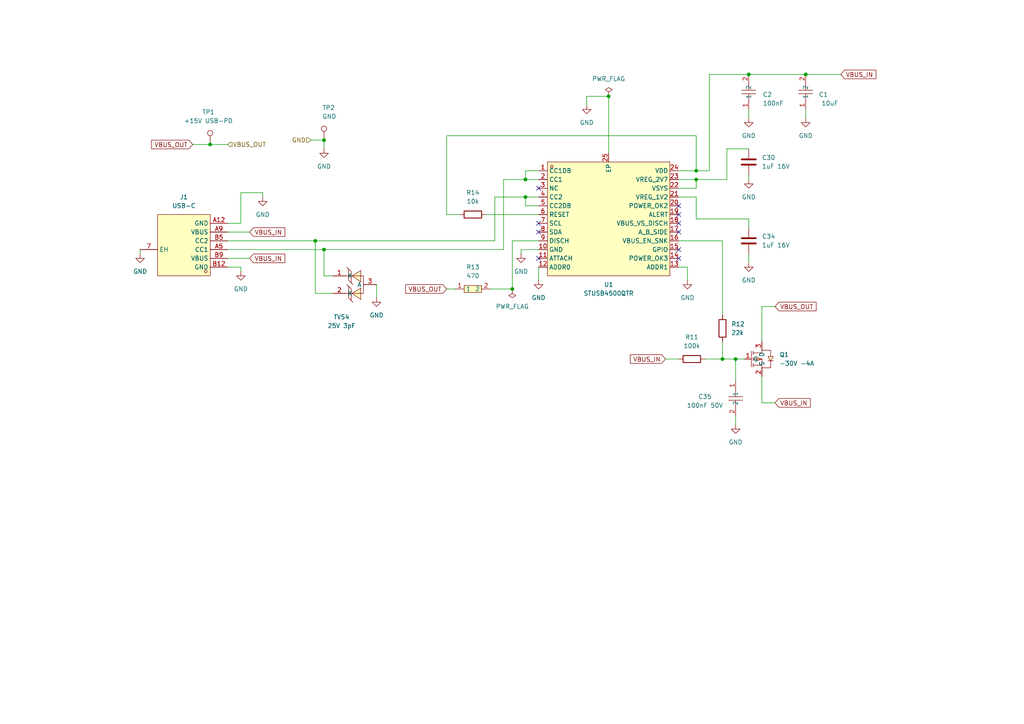
<source format=kicad_sch>
(kicad_sch (version 20250114) (generator "eeschema") (generator_version "9.0")
  (paper "A4")
  (lib_symbols
    (symbol "CC0805KRX7R9BB104_1"
      (property "Reference" "C" (at 0 5.08 0))
      (property "Value" "CC0805KRX7R9BB104" (at 0 -5.08 0))
      (symbol "CC0805KRX7R9BB104_1_0_1"
        (polyline (pts (xy -0.51 0) (xy -2.54 0)))
        (polyline (pts (xy -0.51 -2.03) (xy -0.51 2.03)))
        (polyline (pts (xy 0.51 2.03) (xy 0.51 -2.03)))
        (polyline (pts (xy 2.54 0) (xy 0.51 0)))
        (pin unspecified line (at -5.08 0 0) (length 2.54) (name "1") (number "1"))
        (pin unspecified line (at 5.08 0 180) (length 2.54) (name "2") (number "2"))
      )
    )
    (symbol "Connector:TestPoint" (pin_numbers (hide yes)) (pin_names (offset 0.762) (hide yes))
      (property "Reference" "TP" (at 0 6.858 0))
      (property "Value" "TestPoint" (at 0 5.08 0))
      (symbol "TestPoint_0_1"
        (circle (center 0 3.302) (radius 0.762))
      )
      (symbol "TestPoint_1_1"
        (pin passive line (at 0 0 90) (length 2.54) (name "1") (number "1"))
      )
    )
    (symbol "Device:C" (pin_numbers (hide yes)) (pin_names (offset 0.254))
      (property "Reference" "C" (at 0.635 2.54 0))
      (property "Value" "C" (at 0.635 -2.54 0))
      (symbol "C_0_1"
        (polyline (pts (xy -2.032 0.762) (xy 2.032 0.762)) (stroke (width 0.508)))
        (polyline (pts (xy -2.032 -0.762) (xy 2.032 -0.762)) (stroke (width 0.508)))
      )
      (symbol "C_1_1"
        (pin passive line (at 0 3.81 270) (length 2.794) (name "~") (number "1"))
        (pin passive line (at 0 -3.81 90) (length 2.794) (name "~") (number "2"))
      )
    )
    (symbol "Device:R" (pin_numbers (hide yes)) (pin_names (offset 0))
      (property "Reference" "R" (at 2.032 0 90))
      (property "Value" "R" (at 0 0 90))
      (symbol "R_0_1"
        (rectangle (start -1.016 -2.54) (end 1.016 2.54) (stroke (width 0.254)))
      )
      (symbol "R_1_1"
        (pin passive line (at 0 3.81 270) (length 1.27) (name "~") (number "1"))
        (pin passive line (at 0 -3.81 90) (length 1.27) (name "~") (number "2"))
      )
    )
    (symbol "power:GND" (power) (pin_numbers (hide yes)) (pin_names (offset 0) (hide yes))
      (property "Value" "GND" (at 0 -3.81 0))
      (symbol "GND_0_1"
        (polyline (pts (xy 0 0) (xy 0 -1.27) (xy 1.27 -1.27) (xy 0 -2.54) (xy -1.27 -1.27) (xy 0 -1.27)))
      )
      (symbol "GND_1_1"
        (pin power_in line (at 0 0 270) (length 0) (name "~") (number "1"))
      )
    )
    (symbol "power:PWR_FLAG" (power) (pin_numbers (hide yes)) (pin_names (offset 0) (hide yes))
      (property "Value" "PWR_FLAG" (at 0 3.81 0))
      (symbol "PWR_FLAG_0_0"
        (pin power_out line (at 0 0 90) (length 0) (name "~") (number "1"))
      )
      (symbol "PWR_FLAG_0_1"
        (polyline (pts (xy 0 0) (xy 0 1.27) (xy -1.016 1.905) (xy 0 2.54) (xy 1.016 1.905) (xy 0 1.27)))
      )
    )
    (symbol "zudo-pd:0603WAF4700T5E"
      (property "Reference" "R" (at 0 5.08 0))
      (property "Value" "0603WAF4700T5E" (at 0 -5.08 0))
      (symbol "0603WAF4700T5E_0_1"
        (rectangle (start -2.54 1.02) (end 2.54 -1.02) (fill (type background)))
        (pin input line (at -5.08 0 0) (length 2.54) (name "1") (number "1"))
        (pin input line (at 5.08 0 180) (length 2.54) (name "2") (number "2"))
      )
    )
    (symbol "zudo-pd:AO3401A_C347476"
      (property "Reference" "Q" (at 0 10.16 0))
      (property "Value" "AO3401A_C347476" (at 0 -10.16 0))
      (symbol "AO3401A_C347476_0_1"
        (polyline (pts (xy -3.05 2.29) (xy -3.05 -2.29)))
        (polyline (pts (xy -2.54 1.27) (xy -2.54 2.29)))
        (polyline (pts (xy -2.54 0) (xy 0 0) (xy 0 -2.54)))
        (polyline (pts (xy -2.54 -0.51) (xy -2.54 0.51)))
        (polyline (pts (xy -2.54 -2.29) (xy -2.54 -1.27)))
        (polyline (pts (xy 0 1.78) (xy -2.54 1.78)))
        (polyline (pts (xy 0 1.78) (xy 0 2.54) (xy 2.54 2.54) (xy 2.54 0.76)))
        (polyline (pts (xy 0 0) (xy -1.52 0.51) (xy -1.52 -0.51) (xy 0 0)) (fill (type background)))
        (polyline (pts (xy 0 -1.78) (xy -2.54 -1.78)))
        (polyline (pts (xy 0 -2.54) (xy 2.54 -2.54) (xy 2.54 -0.51)))
        (polyline (pts (xy 2.54 -0.51) (xy 3.3 0.76) (xy 1.78 0.76) (xy 2.54 -0.51)) (fill (type background)))
        (polyline (pts (xy 3.3 -0.51) (xy 3.05 -0.51) (xy 2.03 -0.51) (xy 1.78 -0.51)))
        (pin unspecified line (at -5.08 0 0) (length 2.032) (name "G") (number "1"))
        (pin unspecified line (at 0 5.08 270) (length 2.54) (name "D") (number "3"))
        (pin unspecified line (at 0 -5.08 90) (length 2.54) (name "S") (number "2"))
      )
    )
    (symbol "zudo-pd:CC0805KRX7R9BB104"
      (property "Reference" "C" (at 0 5.08 0))
      (property "Value" "CC0805KRX7R9BB104" (at 0 -5.08 0))
      (symbol "CC0805KRX7R9BB104_0_1"
        (polyline (pts (xy -0.51 0) (xy -2.54 0)))
        (polyline (pts (xy -0.51 -2.03) (xy -0.51 2.03)))
        (polyline (pts (xy 0.51 2.03) (xy 0.51 -2.03)))
        (polyline (pts (xy 2.54 0) (xy 0.51 0)))
        (pin unspecified line (at -5.08 0 0) (length 2.54) (name "1") (number "1"))
        (pin unspecified line (at 5.08 0 180) (length 2.54) (name "2") (number "2"))
      )
    )
    (symbol "zudo-pd:ESDA25L_C343997"
      (property "Reference" "D" (at 0 7.62 0))
      (property "Value" "ESDA25L_C343997" (at 0 -7.62 0))
      (symbol "ESDA25L_C343997_0_1"
        (polyline (pts (xy -3.05 1.02) (xy -0.51 2.54) (xy -3.05 4.32) (xy -3.05 1.02)) (fill (type background)))
        (polyline (pts (xy -3.05 -4.06) (xy -0.51 -2.54) (xy -3.05 -0.76) (xy -3.05 -4.06)) (fill (type background)))
        (polyline (pts (xy -0.25 1.27) (xy 0.51 0.51) (xy 0 1.02) (xy -0.25 1.27) (xy -0.25 4.57) (xy -0.51 4.83) (xy -0.76 5.08)))
        (polyline (pts (xy -0.25 -3.81) (xy 0.51 -4.57) (xy 0 -4.06) (xy -0.25 -3.81) (xy -0.25 -0.51) (xy -0.51 -0.25) (xy -0.76 0)))
        (polyline (pts (xy 1.02 0) (xy 0.76 0.25) (xy 0.51 0.51) (xy 0.51 3.81) (xy 0.51 3.81) (xy 0.25 4.06) (xy -0.25 4.57)))
        (polyline (pts (xy 1.02 -5.08) (xy 0.76 -4.83) (xy 0.51 -4.57) (xy 0.51 -1.27) (xy 0.51 -1.27) (xy 0.25 -1.02) (xy -0.25 -0.51)))
        (polyline (pts (xy 1.27 -2.54) (xy -3.81 -2.54) (xy -3.81 2.54) (xy 1.52 2.54)))
        (pin unspecified line (at -7.62 0 0) (length 3.81) (name "A") (number "3"))
        (pin unspecified line (at 5.08 2.54 180) (length 3.81) (name "K") (number "2"))
        (pin unspecified line (at 5.08 -2.54 180) (length 3.81) (name "K") (number "1"))
      )
    )
    (symbol "zudo-pd:HGC1206R5106K500NSPJ"
      (property "Reference" "C" (at 0 5.08 0))
      (property "Value" "HGC1206R5106K500NSPJ" (at 0 -5.08 0))
      (symbol "HGC1206R5106K500NSPJ_0_1"
        (polyline (pts (xy -0.51 0) (xy -2.54 0)))
        (polyline (pts (xy -0.51 -2.03) (xy -0.51 2.03)))
        (polyline (pts (xy 0.51 2.03) (xy 0.51 -2.03)))
        (polyline (pts (xy 2.54 0) (xy 0.51 0)))
        (pin unspecified line (at -5.08 0 0) (length 2.54) (name "1") (number "1"))
        (pin unspecified line (at 5.08 0 180) (length 2.54) (name "2") (number "2"))
      )
    )
    (symbol "zudo-pd:STUSB4500QTR"
      (property "Reference" "U" (at 0 24.13 0))
      (property "Value" "STUSB4500QTR" (at 0 -19.05 0))
      (symbol "STUSB4500QTR_0_1"
        (rectangle (start -17.78 16.51) (end 17.78 -16.51) (fill (type background)))
        (circle (center -16.51 15.24) (radius 0.38))
        (pin unspecified line (at -20.32 13.97 0) (length 2.54) (name "CC1DB") (number "1"))
        (pin unspecified line (at -20.32 11.43 0) (length 2.54) (name "CC1") (number "2"))
        (pin unspecified line (at -20.32 8.89 0) (length 2.54) (name "NC") (number "3"))
        (pin unspecified line (at -20.32 6.35 0) (length 2.54) (name "CC2") (number "4"))
        (pin unspecified line (at -20.32 3.81 0) (length 2.54) (name "CC2DB") (number "5"))
        (pin unspecified line (at -20.32 1.27 0) (length 2.54) (name "RESET") (number "6"))
        (pin unspecified line (at -20.32 -1.27 0) (length 2.54) (name "SCL") (number "7"))
        (pin unspecified line (at -20.32 -3.81 0) (length 2.54) (name "SDA") (number "8"))
        (pin unspecified line (at -20.32 -6.35 0) (length 2.54) (name "DISCH") (number "9"))
        (pin unspecified line (at -20.32 -8.89 0) (length 2.54) (name "GND") (number "10"))
        (pin unspecified line (at -20.32 -11.43 0) (length 2.54) (name "ATTACH") (number "11"))
        (pin unspecified line (at -20.32 -13.97 0) (length 2.54) (name "ADDR0") (number "12"))
        (pin unspecified line (at 0 19.05 270) (length 2.54) (name "EP") (number "25"))
        (pin unspecified line (at 20.32 13.97 180) (length 2.54) (name "VDD") (number "24"))
        (pin unspecified line (at 20.32 11.43 180) (length 2.54) (name "VREG_2V7") (number "23"))
        (pin unspecified line (at 20.32 8.89 180) (length 2.54) (name "VSYS") (number "22"))
        (pin unspecified line (at 20.32 6.35 180) (length 2.54) (name "VREG_1V2") (number "21"))
        (pin unspecified line (at 20.32 3.81 180) (length 2.54) (name "POWER_OK2") (number "20"))
        (pin unspecified line (at 20.32 1.27 180) (length 2.54) (name "ALERT") (number "19"))
        (pin unspecified line (at 20.32 -1.27 180) (length 2.54) (name "VBUS_VS_DISCH") (number "18"))
        (pin unspecified line (at 20.32 -3.81 180) (length 2.54) (name "A_B_SIDE") (number "17"))
        (pin unspecified line (at 20.32 -6.35 180) (length 2.54) (name "VBUS_EN_SNK") (number "16"))
        (pin unspecified line (at 20.32 -8.89 180) (length 2.54) (name "GPIO") (number "15"))
        (pin unspecified line (at 20.32 -11.43 180) (length 2.54) (name "POWER_OK3") (number "14"))
        (pin unspecified line (at 20.32 -13.97 180) (length 2.54) (name "ADDR1") (number "13"))
      )
    )
    (symbol "zudo-pd:USB-TYPE-C-009"
      (property "Reference" "U" (at 0 12.7 0))
      (property "Value" "USB-TYPE-C-009" (at 0 -10.16 0))
      (symbol "USB-TYPE-C-009_0_1"
        (rectangle (start -7.62 10.16) (end 7.62 -7.62) (fill (type background)))
        (circle (center -6.35 8.89) (radius 0.38))
        (pin unspecified line (at -12.7 7.62 0) (length 5.08) (name "GND") (number "B12"))
        (pin unspecified line (at -12.7 5.08 0) (length 5.08) (name "VBUS") (number "B9"))
        (pin unspecified line (at -12.7 2.54 0) (length 5.08) (name "CC1") (number "A5"))
        (pin unspecified line (at -12.7 0 0) (length 5.08) (name "CC2") (number "B5"))
        (pin unspecified line (at -12.7 -2.54 0) (length 5.08) (name "VBUS") (number "A9"))
        (pin unspecified line (at -12.7 -5.08 0) (length 5.08) (name "GND") (number "A12"))
        (pin unspecified line (at 12.7 2.54 180) (length 5.08) (name "EH") (number "7"))
      )
    )
  )
  (junction (at 148.59 83.82))
  (junction (at 152.4 52.07))
  (junction (at 93.98 72.39))
  (junction (at 91.44 69.85))
  (junction (at 209.55 104.14))
  (junction (at 233.68 21.59))
  (junction (at 217.17 21.59))
  (junction (at 176.53 27.94))
  (junction (at 152.4 57.15))
  (junction (at 60.96 41.91))
  (junction (at 201.93 52.07))
  (junction (at 201.93 49.53))
  (junction (at 213.36 104.14))
  (junction (at 93.98 40.64))
  (no_connect (at 196.85 64.77))
  (no_connect (at 156.21 64.77))
  (no_connect (at 196.85 67.31))
  (no_connect (at 196.85 62.23))
  (no_connect (at 196.85 74.93))
  (no_connect (at 156.21 54.61))
  (no_connect (at 156.21 67.31))
  (no_connect (at 196.85 59.69))
  (no_connect (at 196.85 72.39))
  (no_connect (at 156.21 74.93))
  (wire (pts (xy 220.98 116.84) (xy 224.79 116.84)))
  (wire (pts (xy 220.98 88.9) (xy 220.98 99.06)))
  (wire (pts (xy 60.96 41.91) (xy 66.04 41.91)))
  (wire (pts (xy 152.4 57.15) (xy 156.21 57.15)))
  (wire (pts (xy 129.54 83.82) (xy 132.08 83.82)))
  (wire (pts (xy 143.51 57.15) (xy 152.4 57.15)))
  (wire (pts (xy 66.04 77.47) (xy 69.85 77.47)))
  (wire (pts (xy 196.85 52.07) (xy 201.93 52.07)))
  (wire (pts (xy 156.21 69.85) (xy 148.59 69.85)))
  (wire (pts (xy 205.74 21.59) (xy 205.74 49.53)))
  (wire (pts (xy 156.21 52.07) (xy 152.4 52.07)))
  (wire (pts (xy 151.13 72.39) (xy 151.13 73.66)))
  (wire (pts (xy 213.36 120.65) (xy 213.36 123.19)))
  (wire (pts (xy 96.52 85.09) (xy 91.44 85.09)))
  (wire (pts (xy 146.05 52.07) (xy 146.05 72.39)))
  (wire (pts (xy 209.55 99.06) (xy 209.55 104.14)))
  (wire (pts (xy 220.98 109.22) (xy 220.98 116.84)))
  (wire (pts (xy 199.39 77.47) (xy 196.85 77.47)))
  (wire (pts (xy 91.44 69.85) (xy 143.51 69.85)))
  (wire (pts (xy 76.2 55.88) (xy 76.2 57.15)))
  (wire (pts (xy 204.47 104.14) (xy 209.55 104.14)))
  (wire (pts (xy 152.4 49.53) (xy 152.4 52.07)))
  (wire (pts (xy 201.93 63.5) (xy 217.17 63.5)))
  (wire (pts (xy 209.55 69.85) (xy 209.55 91.44)))
  (wire (pts (xy 148.59 69.85) (xy 148.59 83.82)))
  (wire (pts (xy 93.98 40.64) (xy 93.98 43.18)))
  (wire (pts (xy 201.93 49.53) (xy 201.93 39.37)))
  (wire (pts (xy 55.88 41.91) (xy 60.96 41.91)))
  (wire (pts (xy 217.17 50.8) (xy 217.17 52.07)))
  (wire (pts (xy 152.4 52.07) (xy 146.05 52.07)))
  (wire (pts (xy 176.53 27.94) (xy 170.18 27.94)))
  (wire (pts (xy 217.17 31.75) (xy 217.17 34.29)))
  (wire (pts (xy 129.54 39.37) (xy 201.93 39.37)))
  (wire (pts (xy 201.93 52.07) (xy 201.93 54.61)))
  (wire (pts (xy 176.53 44.45) (xy 176.53 27.94)))
  (wire (pts (xy 148.59 83.82) (xy 142.24 83.82)))
  (wire (pts (xy 93.98 80.01) (xy 93.98 72.39)))
  (wire (pts (xy 205.74 21.59) (xy 217.17 21.59)))
  (wire (pts (xy 213.36 104.14) (xy 215.9 104.14)))
  (wire (pts (xy 90.17 40.64) (xy 93.98 40.64)))
  (wire (pts (xy 140.97 62.23) (xy 156.21 62.23)))
  (wire (pts (xy 66.04 72.39) (xy 93.98 72.39)))
  (wire (pts (xy 129.54 62.23) (xy 129.54 39.37)))
  (wire (pts (xy 69.85 77.47) (xy 69.85 78.74)))
  (wire (pts (xy 143.51 69.85) (xy 143.51 57.15)))
  (wire (pts (xy 201.93 63.5) (xy 201.93 57.15)))
  (wire (pts (xy 199.39 77.47) (xy 199.39 81.28)))
  (wire (pts (xy 66.04 67.31) (xy 72.39 67.31)))
  (wire (pts (xy 133.35 62.23) (xy 129.54 62.23)))
  (wire (pts (xy 96.52 80.01) (xy 93.98 80.01)))
  (wire (pts (xy 210.82 43.18) (xy 210.82 52.07)))
  (wire (pts (xy 210.82 43.18) (xy 217.17 43.18)))
  (wire (pts (xy 69.85 55.88) (xy 69.85 64.77)))
  (wire (pts (xy 170.18 27.94) (xy 170.18 30.48)))
  (wire (pts (xy 196.85 49.53) (xy 201.93 49.53)))
  (wire (pts (xy 66.04 69.85) (xy 91.44 69.85)))
  (wire (pts (xy 217.17 73.66) (xy 217.17 76.2)))
  (wire (pts (xy 152.4 59.69) (xy 156.21 59.69)))
  (wire (pts (xy 217.17 63.5) (xy 217.17 66.04)))
  (wire (pts (xy 209.55 104.14) (xy 213.36 104.14)))
  (wire (pts (xy 193.04 104.14) (xy 196.85 104.14)))
  (wire (pts (xy 152.4 57.15) (xy 152.4 59.69)))
  (wire (pts (xy 156.21 77.47) (xy 156.21 81.28)))
  (wire (pts (xy 205.74 49.53) (xy 201.93 49.53)))
  (wire (pts (xy 201.93 52.07) (xy 210.82 52.07)))
  (wire (pts (xy 196.85 57.15) (xy 201.93 57.15)))
  (wire (pts (xy 196.85 54.61) (xy 201.93 54.61)))
  (wire (pts (xy 109.22 82.55) (xy 109.22 86.36)))
  (wire (pts (xy 40.64 72.39) (xy 40.64 73.66)))
  (wire (pts (xy 66.04 74.93) (xy 72.39 74.93)))
  (wire (pts (xy 66.04 64.77) (xy 69.85 64.77)))
  (wire (pts (xy 233.68 31.75) (xy 233.68 34.29)))
  (wire (pts (xy 156.21 72.39) (xy 151.13 72.39)))
  (wire (pts (xy 213.36 104.14) (xy 213.36 110.49)))
  (wire (pts (xy 196.85 69.85) (xy 209.55 69.85)))
  (wire (pts (xy 233.68 21.59) (xy 243.84 21.59)))
  (wire (pts (xy 224.79 88.9) (xy 220.98 88.9)))
  (wire (pts (xy 93.98 72.39) (xy 146.05 72.39)))
  (wire (pts (xy 91.44 85.09) (xy 91.44 69.85)))
  (wire (pts (xy 217.17 21.59) (xy 233.68 21.59)))
  (wire (pts (xy 156.21 49.53) (xy 152.4 49.53)))
  (wire (pts (xy 69.85 55.88) (xy 76.2 55.88)))
  (global_label "VBUS_IN" (shape input) (at 243.84 21.59 0) (property "Intersheetrefs" "${INTERSHEET_REFS}" (effects (hide yes))))
  (global_label "VBUS_IN" (shape input) (at 193.04 104.14 180) (property "Intersheetrefs" "${INTERSHEET_REFS}" (effects (hide yes))))
  (global_label "VBUS_OUT" (shape input) (at 129.54 83.82 180) (property "Intersheetrefs" "${INTERSHEET_REFS}" (effects (hide yes))))
  (global_label "VBUS_IN" (shape input) (at 72.39 67.31 0) (property "Intersheetrefs" "${INTERSHEET_REFS}" (effects (hide yes))))
  (global_label "VBUS_OUT" (shape input) (at 55.88 41.91 180) (property "Intersheetrefs" "${INTERSHEET_REFS}" (effects (hide yes))))
  (global_label "VBUS_IN" (shape input) (at 224.79 116.84 0) (property "Intersheetrefs" "${INTERSHEET_REFS}" (effects (hide yes))))
  (global_label "VBUS_IN" (shape input) (at 72.39 74.93 0) (property "Intersheetrefs" "${INTERSHEET_REFS}" (effects (hide yes))))
  (global_label "VBUS_OUT" (shape input) (at 224.79 88.9 0) (property "Intersheetrefs" "${INTERSHEET_REFS}" (effects (hide yes))))
  (hierarchical_label "GND" (shape input) (at 90.17 40.64 180))
  (hierarchical_label "VBUS_OUT" (shape input) (at 66.04 41.91 0))
  (symbol (lib_id "Device:R") (at 200.66 104.14 270) (unit 1)
    (property "Reference" "R11" (at 200.66 97.79 90))
    (property "Value" "100k" (at 200.66 100.33 90))
    (property "Footprint" "zudo-pd:R0603" (effects (hide yes)))
    (property "Description" "Resistor" (effects (hide yes)))
  )
  (symbol (lib_id "power:GND") (at 213.36 123.19 0) (unit 1)
    (property "Reference" "#PWR037" (effects (hide yes)))
    (property "Value" "GND" (at 213.36 128.27 0))
    (property "Description" "Power symbol creates a global label with name \"GND\" , ground" (effects (hide yes)))
  )
  (symbol (lib_id "zudo-pd:USB-TYPE-C-009") (at 53.34 69.85 180) (unit 1)
    (property "Reference" "J1" (at 53.34 57.15 0))
    (property "Value" "USB-C" (at 53.34 59.69 0))
    (property "Footprint" "zudo-pd:TYPE-C-SMD_TYPE-C-6P" (effects (hide yes)))
    (property "LCSC Part" "C456012" (effects (hide yes)))
  )
  (symbol (lib_id "power:PWR_FLAG") (at 148.59 83.82 180) (unit 1)
    (property "Reference" "#FLG02" (effects (hide yes)))
    (property "Value" "PWR_FLAG" (at 148.59 88.9 0))
    (property "Description" "Special symbol for telling ERC where power comes from" (effects (hide yes)))
  )
  (symbol (lib_id "power:GND") (at 199.39 81.28 0) (unit 1)
    (property "Reference" "#PWR039" (effects (hide yes)))
    (property "Value" "GND" (at 199.39 86.36 0))
    (property "Description" "Power symbol creates a global label with name \"GND\" , ground" (effects (hide yes)))
  )
  (symbol (lib_id "zudo-pd:0603WAF4700T5E") (at 137.16 83.82 0) (unit 1)
    (property "Reference" "R13" (at 137.16 77.47 0))
    (property "Value" "470" (at 137.16 80.01 0))
    (property "Footprint" "zudo-pd:R0603" (effects (hide yes)))
    (property "Datasheet" "https://lcsc.com/product-detail/Chip-Resistor-Surface-Mount-UniOhm_470R-4700-1_C23179.html" (effects (hide yes)))
    (property "LCSC Part" "C23179" (effects (hide yes)))
  )
  (symbol (lib_id "Device:R") (at 137.16 62.23 90) (unit 1)
    (property "Reference" "R14" (at 137.16 55.88 90))
    (property "Value" "10k" (at 137.16 58.42 90))
    (property "Footprint" "zudo-pd:R0603" (effects (hide yes)))
    (property "Description" "Resistor" (effects (hide yes)))
  )
  (symbol (lib_name "CC0805KRX7R9BB104_1") (lib_id "zudo-pd:CC0805KRX7R9BB104") (at 213.36 115.57 270) (unit 1)
    (property "Reference" "C35" (at 204.47 115.062 90))
    (property "Value" "100nF 50V" (at 204.47 117.602 90))
    (property "Footprint" "zudo-pd:C0805" (effects (hide yes)))
    (property "Datasheet" "https://lcsc.com/product-detail/Multilayer-Ceramic-Capacitors-MLCC-SMD-SMT_100nF-104-10-50V_C49678.html" (effects (hide yes)))
    (property "LCSC Part" "C49678" (effects (hide yes)))
  )
  (symbol (lib_id "power:GND") (at 217.17 52.07 0) (unit 1)
    (property "Reference" "#PWR036" (effects (hide yes)))
    (property "Value" "GND" (at 217.17 57.15 0))
    (property "Description" "Power symbol creates a global label with name \"GND\" , ground" (effects (hide yes)))
  )
  (symbol (lib_id "power:GND") (at 109.22 86.36 0) (unit 1)
    (property "Reference" "#PWR044" (effects (hide yes)))
    (property "Value" "GND" (at 109.22 91.44 0))
    (property "Description" "Power symbol creates a global label with name \"GND\" , ground" (effects (hide yes)))
  )
  (symbol (lib_id "zudo-pd:ESDA25L_C343997") (at 101.6 82.55 180) (unit 1)
    (property "Reference" "TVS4" (at 99.06 91.948 0))
    (property "Value" "25V 3pF" (at 99.06 94.488 0))
    (property "Footprint" "zudo-pd:SOT-23-3_L2.9-W1.6-P1.90-LS2.8-BR" (effects (hide yes)))
    (property "Datasheet" "https://lcsc.com/product-detail/Others_Bourne-Semicon-Shenzhen-ESDA25L_C343997.html" (effects (hide yes)))
    (property "LCSC Part" "C343997" (effects (hide yes)))
  )
  (symbol (lib_id "power:GND") (at 233.68 34.29 0) (unit 1)
    (property "Reference" "#PWR035" (effects (hide yes)))
    (property "Value" "GND" (at 233.68 39.37 0))
    (property "Description" "Power symbol creates a global label with name \"GND\" , ground" (effects (hide yes)))
  )
  (symbol (lib_id "zudo-pd:HGC1206R5106K500NSPJ") (at 233.68 26.67 90) (unit 1)
    (property "Reference" "C1" (at 237.49 27.432 90) (effects (justify right)))
    (property "Value" "10uF" (at 238.252 29.972 90) (effects (justify right)))
    (property "Footprint" "zudo-pd:C1206" (effects (hide yes)))
    (property "LCSC Part" "C7432781" (effects (hide yes)))
  )
  (symbol (lib_id "zudo-pd:CC0805KRX7R9BB104") (at 217.17 26.67 90) (unit 1)
    (property "Reference" "C2" (at 221.234 27.432 90) (effects (justify right)))
    (property "Value" "100nF" (at 221.234 29.972 90) (effects (justify right)))
    (property "Footprint" "zudo-pd:C0805" (effects (hide yes)))
    (property "Datasheet" "https://lcsc.com/product-detail/Multilayer-Ceramic-Capacitors-MLCC-SMD-SMT_100nF-104-10-50V_C49678.html" (effects (hide yes)))
    (property "LCSC Part" "C49678" (effects (hide yes)))
  )
  (symbol (lib_id "zudo-pd:STUSB4500QTR") (at 176.53 63.5 0) (unit 1)
    (property "Reference" "U1" (at 176.53 82.55 0))
    (property "Value" "STUSB4500QTR" (at 176.53 85.09 0))
    (property "Footprint" "zudo-pd:QFN-24_L4.0-W4.0-P0.50-BL-EP2.8" (effects (hide yes)))
    (property "LCSC Part" "C2678061" (effects (hide yes)))
  )
  (symbol (lib_id "Connector:TestPoint") (at 60.96 41.91 0) (unit 1)
    (property "Reference" "TP1" (at 60.452 32.512 0))
    (property "Value" "+15V USB-PD" (at 60.452 35.052 0))
    (property "Footprint" "TestPoint:TestPoint_Pad_D1.5mm" (effects (hide yes)))
    (property "Description" "test point" (effects (hide yes)))
  )
  (symbol (lib_id "Device:C") (at 217.17 46.99 0) (unit 1)
    (property "Reference" "C30" (at 220.98 45.7199 0) (effects (justify left)))
    (property "Value" "1uF 16V" (at 220.98 48.2599 0) (effects (justify left)))
    (property "Footprint" "zudo-pd:C0603" (effects (hide yes)))
    (property "Description" "Unpolarized capacitor" (effects (hide yes)))
  )
  (symbol (lib_id "power:GND") (at 156.21 81.28 0) (unit 1)
    (property "Reference" "#PWR038" (effects (hide yes)))
    (property "Value" "GND" (at 156.21 86.36 0))
    (property "Description" "Power symbol creates a global label with name \"GND\" , ground" (effects (hide yes)))
  )
  (symbol (lib_id "power:GND") (at 76.2 57.15 0) (unit 1)
    (property "Reference" "#PWR033" (effects (hide yes)))
    (property "Value" "GND" (at 76.2 62.23 0))
    (property "Description" "Power symbol creates a global label with name \"GND\" , ground" (effects (hide yes)))
  )
  (symbol (lib_id "power:GND") (at 217.17 76.2 0) (unit 1)
    (property "Reference" "#PWR043" (effects (hide yes)))
    (property "Value" "GND" (at 217.17 81.28 0))
    (property "Description" "Power symbol creates a global label with name \"GND\" , ground" (effects (hide yes)))
  )
  (symbol (lib_id "Device:R") (at 209.55 95.25 0) (unit 1)
    (property "Reference" "R12" (at 212.09 93.9799 0) (effects (justify left)))
    (property "Value" "22k" (at 212.09 96.5199 0) (effects (justify left)))
    (property "Footprint" "zudo-pd:R0603" (effects (hide yes)))
    (property "Description" "Resistor" (effects (hide yes)))
  )
  (symbol (lib_id "power:GND") (at 40.64 73.66 0) (unit 1)
    (property "Reference" "#PWR042" (effects (hide yes)))
    (property "Value" "GND" (at 40.64 78.74 0))
    (property "Description" "Power symbol creates a global label with name \"GND\" , ground" (effects (hide yes)))
  )
  (symbol (lib_id "Device:C") (at 217.17 69.85 0) (unit 1)
    (property "Reference" "C34" (at 220.98 68.5799 0) (effects (justify left)))
    (property "Value" "1uF 16V" (at 220.98 71.1199 0) (effects (justify left)))
    (property "Footprint" "zudo-pd:C0603" (effects (hide yes)))
    (property "Description" "Unpolarized capacitor" (effects (hide yes)))
  )
  (symbol (lib_id "power:PWR_FLAG") (at 176.53 27.94 0) (unit 1)
    (property "Reference" "#FLG01" (effects (hide yes)))
    (property "Value" "PWR_FLAG" (at 176.53 22.86 0))
    (property "Description" "Special symbol for telling ERC where power comes from" (effects (hide yes)))
  )
  (symbol (lib_id "power:GND") (at 69.85 78.74 0) (unit 1)
    (property "Reference" "#PWR032" (effects (hide yes)))
    (property "Value" "GND" (at 69.85 83.82 0))
    (property "Description" "Power symbol creates a global label with name \"GND\" , ground" (effects (hide yes)))
  )
  (symbol (lib_id "power:GND") (at 217.17 34.29 0) (unit 1)
    (property "Reference" "#PWR034" (effects (hide yes)))
    (property "Value" "GND" (at 217.17 39.37 0))
    (property "Description" "Power symbol creates a global label with name \"GND\" , ground" (effects (hide yes)))
  )
  (symbol (lib_id "power:GND") (at 93.98 43.18 0) (unit 1)
    (property "Reference" "#PWR031" (effects (hide yes)))
    (property "Value" "GND" (at 93.98 48.26 0))
    (property "Description" "Power symbol creates a global label with name \"GND\" , ground" (effects (hide yes)))
  )
  (symbol (lib_id "Connector:TestPoint") (at 93.98 40.64 0) (unit 1)
    (property "Reference" "TP2" (at 93.472 31.242 0) (effects (justify left)))
    (property "Value" "GND" (at 93.472 33.782 0) (effects (justify left)))
    (property "Footprint" "TestPoint:TestPoint_Pad_D1.5mm" (effects (hide yes)))
    (property "Description" "test point" (effects (hide yes)))
  )
  (symbol (lib_id "power:GND") (at 151.13 73.66 0) (unit 1)
    (property "Reference" "#PWR040" (effects (hide yes)))
    (property "Value" "GND" (at 151.13 78.74 0))
    (property "Description" "Power symbol creates a global label with name \"GND\" , ground" (effects (hide yes)))
  )
  (symbol (lib_id "zudo-pd:AO3401A_C347476") (at 220.98 104.14 0) (unit 1)
    (property "Reference" "Q1" (at 226.06 102.8699 0) (effects (justify left)))
    (property "Value" "-30V -4A" (at 226.06 105.4099 0) (effects (justify left)))
    (property "Footprint" "zudo-pd:SOT-23_L2.9-W1.3-P1.90-LS2.4-BR" (effects (hide yes)))
    (property "Datasheet" "https://lcsc.com/product-detail/Others_Youtai-Semiconductor-Co-Ltd-AO3401A-4-1A_C347476.html" (effects (hide yes)))
    (property "LCSC Part" "C347476" (effects (hide yes)))
  )
  (symbol (lib_id "power:GND") (at 170.18 30.48 0) (unit 1)
    (property "Reference" "#PWR041" (effects (hide yes)))
    (property "Value" "GND" (at 170.18 35.56 0))
    (property "Description" "Power symbol creates a global label with name \"GND\" , ground" (effects (hide yes)))
  )
)
</source>
